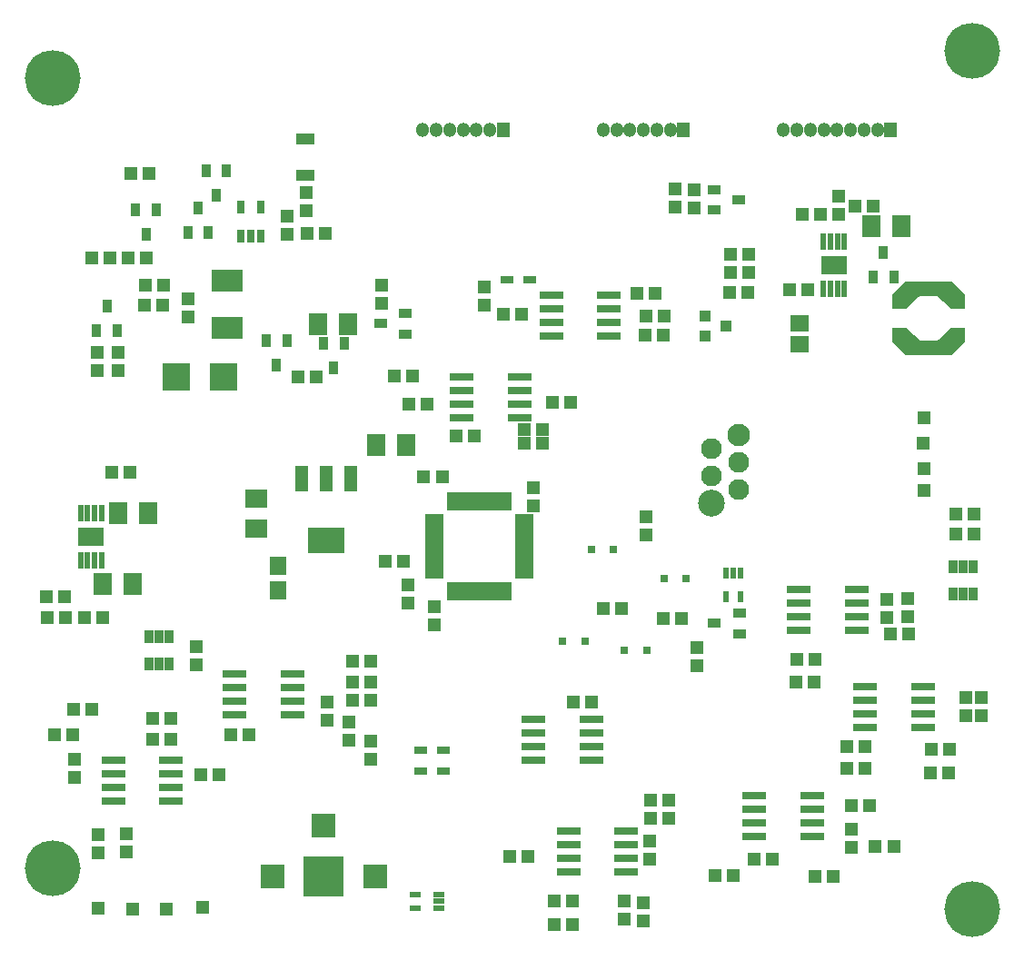
<source format=gtp>
G04 DipTrace 3.2.0.1*
G04 SiC_V3_BM.GTP*
%MOMM*%
G04 #@! TF.FileFunction,Soldermask,Top*
G04 #@! TF.Part,Single*
%AMOUTLINE1*
4,1,10,
3.4,-0.01642,
2.16642,-1.25,
-2.16642,-1.25,
-3.4,-0.01642,
-3.4,1.25,
-2.08663,1.25,
-0.83663,0.125,
0.88546,0.125,
2.08546,1.25,
3.4,1.25,
3.4,-0.01642,
0*%
%AMOUTLINE4*
4,1,10,
-3.4,0.01642,
-2.16642,1.25,
2.16642,1.25,
3.4,0.01642,
3.4,-1.25,
2.08663,-1.25,
0.83663,-0.125,
-0.88546,-0.125,
-2.08546,-1.25,
-3.4,-1.25,
-3.4,0.01642,
0*%
%ADD67R,0.6X1.1*%
%ADD78C,2.1*%
%ADD79C,2.5*%
%ADD90C,5.2*%
%ADD92R,1.3X1.3*%
%ADD95R,1.1X0.6*%
%ADD97R,0.8X1.3*%
%ADD98R,3.45X2.35*%
%ADD100R,1.15X2.35*%
%ADD102R,1.05X1.05*%
%ADD104R,2.4X1.7*%
%ADD106R,0.6X1.6*%
%ADD108R,1.8X0.5*%
%ADD110R,0.5X1.8*%
%ADD114C,1.95*%
%ADD116R,3.7X3.7*%
%ADD118R,2.2X2.2*%
%ADD120R,2.9X2.0*%
%ADD122R,0.89X1.19*%
%ADD124R,1.62233X1.724*%
%ADD126R,1.26X0.74*%
%ADD128R,0.79X0.65*%
%ADD130R,2.2X0.8*%
%ADD132R,1.25X0.85*%
%ADD134R,2.6X2.6*%
%ADD135R,1.8X1.0*%
%ADD137R,0.85X1.25*%
%ADD139O,1.25X1.35*%
%ADD143R,1.25X1.35*%
%ADD145R,1.7X1.5*%
%ADD147R,1.3X1.2*%
%ADD149R,2.0X1.8*%
%ADD151R,1.8X2.0*%
%ADD153R,1.2X1.3*%
%ADD160OUTLINE1*%
%ADD163OUTLINE4*%
%FSLAX35Y35*%
G04*
G71*
G90*
G75*
G01*
G04 TopMask*
%LPD*%
D153*
X7037447Y4997227D3*
Y5167227D3*
D151*
X4807213Y5835547D3*
X4527213D3*
D149*
X3404820Y5058310D3*
Y5338310D3*
D153*
X5067923Y4328213D3*
Y4158213D3*
X4820087Y4531130D3*
Y4361130D3*
D147*
X5140247Y5541027D3*
X4970247D3*
D153*
X5994517Y5271287D3*
Y5441287D3*
D147*
X4308397Y3627273D3*
X4478397D3*
X4303397Y3820413D3*
X4473397D3*
D153*
X3694517Y7801973D3*
Y7971973D3*
D151*
X3984410Y6963083D3*
X4264410D3*
X2401860Y5203647D3*
X2121860D3*
X2254443Y4543123D3*
X1974443D3*
D147*
X1625880Y4419987D3*
X1455880D3*
D145*
X8473943Y6965813D3*
Y6775813D3*
D151*
X9420370Y7876870D3*
X9140370D3*
D147*
X7987637Y7256303D3*
X7817637D3*
X7829667Y7612313D3*
X7999667D3*
X8667677Y7986290D3*
X8497677D3*
X6533430Y3439823D3*
X6363430D3*
X8051027Y1977373D3*
X8221027D3*
X3168397Y3137273D3*
X3338397D3*
X9698457Y2995100D3*
X9868457D3*
D153*
X10018957Y3310600D3*
Y3480600D3*
X10163457Y3478810D3*
Y3308810D3*
D147*
X8913563Y3023763D3*
X9083563D3*
X8913563Y2818763D3*
X9083563D3*
X9315523Y4070760D3*
X9485523D3*
D153*
X9285270Y4226213D3*
Y4396213D3*
X9480537Y4403313D3*
Y4233313D3*
D147*
X8442017Y3834747D3*
X8612017D3*
X8435407Y3629830D3*
X8605407D3*
D153*
X7013397Y1572273D3*
Y1402273D3*
X7073933Y1976413D3*
Y2146413D3*
X7255437Y2357907D3*
Y2527907D3*
D147*
X6188397Y1582273D3*
X6358397D3*
X6184067Y1367273D3*
X6354067D3*
X1701520Y3135477D3*
X1531520D3*
D153*
X1716520Y2905477D3*
Y2735477D3*
X2199723Y2208943D3*
Y2038943D3*
D147*
X2611520Y3095477D3*
X2441520D3*
X2614070Y3283090D3*
X2444070D3*
X5907217Y5982800D3*
X6077217D3*
X5441583Y5917770D3*
X5271583D3*
X6955357Y7247337D3*
X7125357D3*
D143*
X7391000Y8775000D3*
D139*
X7266000D3*
X7141000D3*
X7016000D3*
X6891000D3*
X6766000D3*
X6641000D3*
D137*
X3128633Y8393507D3*
X2938633D3*
X3033633Y8163507D3*
X2474720Y8029800D3*
X2284720D3*
X2379720Y7799800D3*
D135*
X3867913Y8692030D3*
Y8352030D3*
D134*
X3105440Y6466353D3*
X2665440D3*
D132*
X4799243Y6871693D3*
Y7061693D3*
X4569243Y6966693D3*
D137*
X9157677Y7401290D3*
X9347677D3*
X9252677Y7631290D3*
D130*
X9005407Y4107437D3*
Y4234437D3*
Y4361437D3*
Y4488437D3*
X8465407D3*
Y4361437D3*
Y4234437D3*
Y4107437D3*
X9623457Y3205100D3*
Y3332100D3*
Y3459100D3*
Y3586100D3*
X9083457D3*
Y3459100D3*
Y3332100D3*
Y3205100D3*
X2076520Y2895477D3*
Y2768477D3*
Y2641477D3*
Y2514477D3*
X2616520D3*
Y2641477D3*
Y2768477D3*
Y2895477D3*
X6857120Y1858550D3*
Y1985550D3*
Y2112550D3*
Y2239550D3*
X6317120D3*
Y2112550D3*
Y1985550D3*
Y1858550D3*
D128*
X6264943Y4004780D3*
X6475943D3*
X6840983Y3924267D3*
X7051983D3*
X7205773Y4591823D3*
X7416773D3*
X6528217Y4865563D3*
X6739217D3*
D126*
X4939650Y2989547D3*
X5153650D3*
X5155943Y2797393D3*
X4941943D3*
X5745070Y7380313D3*
X5959070D3*
D124*
X3612250Y4713557D3*
Y4484957D3*
D160*
X9674490Y6801100D3*
D163*
Y7231100D3*
D143*
X5711000Y8775000D3*
D139*
X5586000D3*
X5461000D3*
X5336000D3*
X5211000D3*
X5086000D3*
X4961000D3*
D130*
X3747897Y3316773D3*
Y3443773D3*
Y3570773D3*
Y3697773D3*
X3207897D3*
Y3570773D3*
Y3443773D3*
Y3316773D3*
X8586027Y2187373D3*
Y2314373D3*
Y2441373D3*
Y2568373D3*
X8046027D3*
Y2441373D3*
Y2314373D3*
Y2187373D3*
X5988397Y3277273D3*
Y3150273D3*
Y3023273D3*
Y2896273D3*
X6528397D3*
Y3023273D3*
Y3150273D3*
Y3277273D3*
D132*
X7675987Y8215850D3*
Y8025850D3*
X7905987Y8120850D3*
D137*
X1921530Y6904413D3*
X2111530D3*
X2016530Y7134413D3*
X2771950Y7818230D3*
X2961950D3*
X2866950Y8048230D3*
X3691877Y6812530D3*
X3501877D3*
X3596877Y6582530D3*
X4227080Y6782927D3*
X4037080D3*
X4132080Y6552927D3*
D122*
X9900013Y4445217D3*
X9995013D3*
X10090013D3*
Y4704217D3*
X9995013D3*
X9900013D3*
X2408397Y3792273D3*
X2503397D3*
X2598397D3*
Y4051273D3*
X2503397D3*
X2408397D3*
D153*
X7489910Y8048503D3*
Y8218503D3*
X7307293Y8052177D3*
Y8222177D3*
D147*
X4783203Y4748370D3*
X4613203D3*
X1805880Y4224987D3*
X1975880D3*
X2228207Y5584330D3*
X2058207D3*
X1460880Y4229987D3*
X1630880D3*
D120*
X3137407Y6931763D3*
Y7371763D3*
D147*
X1875600Y7579927D3*
X2045600D3*
D153*
X2774877Y7026867D3*
Y7196867D3*
D147*
X2213287Y7581807D3*
X2383287D3*
X4049107Y7808760D3*
X3879107D3*
X2373457Y7323710D3*
X2543457D3*
D153*
X3877583Y8021430D3*
Y8191430D3*
D147*
X2538833Y7136663D3*
X2368833D3*
D153*
X2117293Y6530093D3*
Y6700093D3*
X1923083Y6532730D3*
Y6702730D3*
X4580443Y7326503D3*
Y7156503D3*
D147*
X2406560Y8365377D3*
X2236560D3*
X3795703Y6473920D3*
X3965703D3*
X8549543Y7285333D3*
X8379543D3*
X9155933Y8060253D3*
X8985933D3*
D153*
X8831967Y8152420D3*
Y7982420D3*
D147*
X7826703Y7444290D3*
X7996703D3*
X4473397Y3452273D3*
X4303397D3*
D153*
X4068397Y3437273D3*
Y3267273D3*
X4273397Y3252273D3*
Y3082273D3*
X4478397Y3072273D3*
Y2902273D3*
X2853397Y3787273D3*
Y3957273D3*
D147*
X1876520Y3375477D3*
X1706520D3*
D153*
X1939127Y2032210D3*
Y2202210D3*
D147*
X2891520Y2765477D3*
X3061520D3*
D153*
X6838397Y1412273D3*
Y1582273D3*
X7086167Y2527800D3*
Y2357800D3*
D147*
X5943397Y1997273D3*
X5773397D3*
X9121027Y2477373D3*
X8951027D3*
D153*
X8956027Y2257373D3*
Y2087373D3*
D147*
X8611027Y1810150D3*
X8781027D3*
X7851027Y1822373D3*
X7681027D3*
X9927777Y5006503D3*
X10097777D3*
D153*
X7516143Y3949617D3*
Y3779617D3*
D147*
X10097323Y5191597D3*
X9927323D3*
X6813397Y4312273D3*
X6643397D3*
X9858457Y2775100D3*
X9688457D3*
X9177963Y2091543D3*
X9347963D3*
X7373397Y4217273D3*
X7203397D3*
X6170333Y6236037D3*
X6340333D3*
X5003517Y6213260D3*
X4833517D3*
X6078400Y5849460D3*
X5908400D3*
X4692247Y6478073D3*
X4862247D3*
X5878977Y7055290D3*
X5708977D3*
X7199503Y6860177D3*
X7029503D3*
X7207613Y7033657D3*
X7037613D3*
D153*
X5529387Y7312123D3*
Y7142123D3*
D143*
X9321000Y8775000D3*
D139*
X9196000D3*
X9071000D3*
X8946000D3*
X8821000D3*
X8696000D3*
X8571000D3*
X8446000D3*
X8321000D3*
D132*
X7908393Y4077990D3*
Y4267990D3*
X7678393Y4172990D3*
D118*
X3563413Y1811757D3*
X4038787Y2292130D3*
X4514163Y1811757D3*
D116*
X4038787Y1816757D3*
D130*
X6155863Y7233620D3*
Y7106620D3*
Y6979620D3*
Y6852620D3*
X6695863D3*
Y6979620D3*
Y7106620D3*
Y7233620D3*
D114*
X7905020Y5674773D3*
Y5420773D3*
X7651020Y5797773D3*
Y5543773D3*
D78*
X7905020Y5924773D3*
D79*
X7651020Y5297773D3*
D110*
X5210397Y4469150D3*
X5260397D3*
X5310397D3*
X5360397D3*
X5410397D3*
X5460397D3*
X5510397D3*
X5560397D3*
X5610397D3*
X5660397D3*
X5710397D3*
X5760397D3*
D108*
X5905397Y4614150D3*
Y4664150D3*
Y4714150D3*
Y4764150D3*
Y4814150D3*
Y4864150D3*
Y4914150D3*
Y4964150D3*
Y5014150D3*
Y5064150D3*
Y5114150D3*
Y5164150D3*
D110*
X5760397Y5309150D3*
X5710397D3*
X5660397D3*
X5610397D3*
X5560397D3*
X5510397D3*
X5460397D3*
X5410397D3*
X5360397D3*
X5310397D3*
X5260397D3*
X5210397D3*
D108*
X5065397Y5164150D3*
Y5114150D3*
Y5064150D3*
Y5014150D3*
Y4964150D3*
Y4914150D3*
Y4864150D3*
Y4814150D3*
Y4764150D3*
Y4714150D3*
Y4664150D3*
Y4614150D3*
D106*
X8694677Y7293290D3*
X8759677D3*
X8824677D3*
X8889677D3*
Y7733290D3*
X8824677D3*
X8759677D3*
X8694677D3*
D104*
X8792177Y7513290D3*
D102*
X7588740Y6847697D3*
Y7037697D3*
X7788740Y6942697D3*
D100*
X4291567Y5523890D3*
X4061567D3*
X3831567D3*
D98*
X4061567Y4943890D3*
D106*
X1770880Y4759987D3*
X1835880D3*
X1900880D3*
X1965880D3*
Y5199987D3*
X1900880D3*
X1835880D3*
X1770880D3*
D104*
X1868380Y4979987D3*
D97*
X3263870Y7780903D3*
X3358870D3*
X3453870D3*
Y8050903D3*
X3263870D3*
D95*
X5112233Y1517513D3*
Y1582513D3*
Y1647513D3*
X4892233D3*
Y1517513D3*
D67*
X7917103Y4638517D3*
X7852103D3*
X7787103D3*
Y4418517D3*
X7917103D3*
D130*
X5865583Y6093290D3*
Y6220290D3*
Y6347290D3*
Y6474290D3*
X5325583D3*
Y6347290D3*
Y6220290D3*
Y6093290D3*
D92*
X9627920Y6085903D3*
X2572343Y1511050D3*
X2908543Y1521920D3*
X9632150Y5409347D3*
X2254887Y1509807D3*
X1938140Y1515240D3*
X9619137Y5850447D3*
X9630503Y5618610D3*
D90*
X10080000Y9509000D3*
X1508000Y9255000D3*
Y1889000D3*
X10080000Y1508000D3*
M02*

</source>
